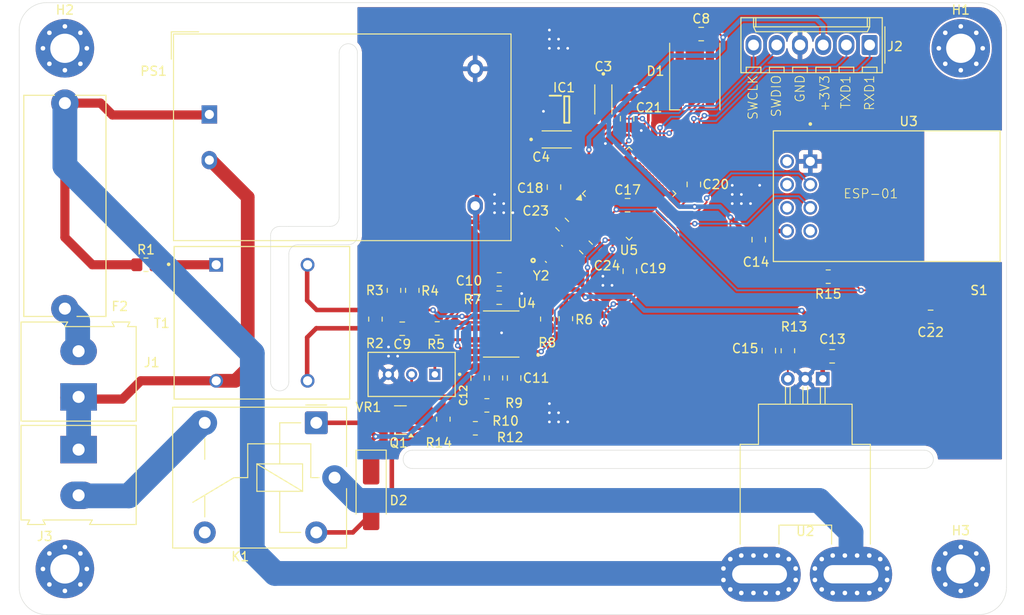
<source format=kicad_pcb>
(kicad_pcb (version 20240108) (generator "pcbnew") (generator_version "8.0")
  (layers (0 "F.Cu" signal) (31 "B.Cu" signal) (34 "B.Paste" user) (35 "F.Paste" user) (36 "B.SilkS" user "B.Silkscreen") (37 "F.SilkS" user "F.Silkscreen") (38 "B.Mask" user) (39 "F.Mask" user) (44 "Edge.Cuts" user))
  (net 0 "")
  (net 1 "GND")
  (net 2 "+3V3")
  (net 3 "SWDIO")
  (net 4 "RXD1")
  (net 5 "+5V")
  (net 7 "PIN_LED_RGB")
  (net 8 "Net-(C9-Pad1)")
  (net 9 "Net-(C9-Pad2)")
  (net 10 "Net-(U4-2OUT)")
  (net 11 "Net-(U4-2IN-)")
  (net 12 "Net-(U4-1IN-)")
  (net 13 "Net-(C12-Pad2)")
  (net 14 "Net-(C12-Pad1)")
  (net 15 "PIN_ZMPT101B")
  (net 16 "F{slash}N-1")
  (net 17 "F{slash}N-2")
  (net 18 "Net-(R1-Pad2)")
  (net 21 "PIN_ACS758")
  (net 22 "TXD1")
  (net 23 "SWCLK")
  (net 24 "Net-(D2-A)")
  (net 26 "Net-(Q1-B)")
  (net 27 "PIN_RELAY")
  (net 29 "F{slash}N-1 Borne")
  (net 34 "Net-(U2-VIOUT)")
  (net 68 "Net-(U4-2IN+)")
  (net 69 "Net-(U4-1IN+)")
  (net 70 "Net-(J1-Pin_2)")
  (net 71 "F{slash}N-1 | ACS58")
  (net 98 "Net-(U5-NRST)")
  (net 99 "Net-(U5-PD0)")
  (net 100 "Net-(U5-PD1)")
  (net 101 "RXD3")
  (net 102 "TXD3")
  (footprint "LM358ADE4:SOIC127P599X175-8N" (layer "F.Cu") (at 174.73 86.28 180)
    (property "Reference" "U4")
    (property "Value" "LM358ADE4")
  )
  (footprint "Capacitor_SMD:C_0805_2012Metric" (layer "F.Cu") (at 202.9 75.95 -90)
    (property "Reference" "C14")
    (property "Value" "100nF")
  )
  (footprint "T491A105M025AG:CAPMP3216X180N" (layer "F.Cu") (at 180.8 64.977)
    (property "Reference" "C4")
    (property "Value" "1uF")
  )
  (footprint "Capacitor_SMD:C_0805_2012Metric" (layer "F.Cu") (at 188.8 79.4 90)
    (property "Reference" "C19")
    (property "Value" "10uF")
  )
  (footprint "ESP-01:MODULE_ESP-01" (layer "F.Cu") (at 216.9 71.19 -90)
    (property "Reference" "U3")
    (property "Value" "ESP-01")
  )
  (footprint "T491A105M025AG:CAPMP3216X180N" (layer "F.Cu") (at 185.9 60.6 -90)
    (property "Reference" "C3")
    (property "Value" "1uF")
  )
  (footprint "Capacitor_SMD:C_0805_2012Metric" (layer "F.Cu") (at 221.7 84.4 180)
    (property "Reference" "C22")
    (property "Value" "100nF")
  )
  (footprint "Resistor_SMD:R_0805_2012Metric_Pad1.20x1.40mm_HandSolder" (layer "F.Cu") (at 135.87 78.7)
    (property "Reference" "R1")
    (property "Value" "820K")
  )
  (footprint "Diode_SMD:D_SMA_Handsoldering" (layer "F.Cu") (at 160.5 103.5 -90)
    (property "Reference" "D2")
    (property "Value" "MRA4007T3G")
  )
  (footprint "Resistor_SMD:R_0805_2012Metric_Pad1.20x1.40mm_HandSolder" (layer "F.Cu") (at 174.15 91.09 -90)
    (property "Reference" "R9")
    (property "Value" "100K")
  )
  (footprint "TerminalBlock:TerminalBlock_Altech_AK300-2_P5.00mm" (layer "F.Cu") (at 128.5 98.935 -90)
    (property "Reference" "J3")
    (property "Value" "Screw_Terminal_01x02")
  )
  (footprint "Resistor_SMD:R_0805_2012Metric_Pad1.20x1.40mm_HandSolder" (layer "F.Cu") (at 210.5 80)
    (property "Reference" "R15")
    (property "Value" "10K")
  )
  (footprint "Converter_ACDC:Converter_ACDC_Hi-Link_HLK-PMxx" (layer "F.Cu") (at 142.8025 62.2425)
    (property "Reference" "PS1")
    (property "Value" "HLK-PM01")
  )
  (footprint "Resistor_SMD:R_0805_2012Metric_Pad1.20x1.40mm_HandSolder" (layer "F.Cu") (at 160.97 84.65 -90)
    (property "Reference" "R2")
    (property "Value" "100")
  )
  (footprint "Sensor_Current:Allegro_CB_PFF" (layer "F.Cu") (at 209.9 91.18 180)
    (property "Reference" "U2")
    (property "Value" "ACS758xCB-050B-PFF")
  )
  (footprint "Capacitor_SMD:C_0805_2012Metric" (layer "F.Cu") (at 195.8 69.9 -90)
    (property "Reference" "C20")
    (property "Value" "100nF")
  )
  (footprint "3296W-OT1-103LF:TRIM_3296W-OT1-103LF" (layer "F.Cu") (at 164.93 90.695 180)
    (property "Reference" "VR1")
    (property "Value" "100K")
  )
  (footprint "RT9080-33GJ5:SOT94P280X100-5N" (layer "F.Cu") (at 181.9 61.7)
    (property "Reference" "IC1")
    (property "Value" "RT9080-33GJ5")
  )
  (footprint "SKRKAEE010:SKRK" (layer "F.Cu") (at 222.8 81.5 180)
    (property "Reference" "S1")
    (property "Value" "SKRKAEE010")
  )
  (footprint "Connector_Molex:Molex_KK-254_AE-6410-06A_1x06_P2.54mm_Vertical" (layer "F.Cu") (at 215.03 54.64 180)
    (property "Reference" "J2")
    (property "Value" "Conn_01x06")
  )
  (footprint "Capacitor_SMD:C_0805_2012Metric" (layer "F.Cu") (at 188.5 62.7 -90)
    (property "Reference" "C21")
    (property "Value" "100nF")
  )
  (footprint "Package_QFP:LQFP-48_7x7mm_P0.5mm" (layer "F.Cu") (at 188.723002 70.903662 45)
    (property "Reference" "U5")
    (property "Value" "STM32F103C8Tx")
  )
  (footprint "Relay_THT:Relay_SPDT_Finder_36.11" (layer "F.Cu") (at 154.5 96 -90)
    (property "Reference" "K1")
    (property "Value" "FINDER-36.11")
  )
  (footprint "Resistor_SMD:R_0805_2012Metric_Pad1.20x1.40mm_HandSolder" (layer "F.Cu") (at 165 81.5 90)
    (property "Reference" "R4")
    (property "Value" "10K")
  )
  (footprint "MountingHole:MountingHole_3.2mm_M3_Pad_Via" (layer "F.Cu") (at 225 112)
    (property "Reference" "H3")
    (property "Value" "MountingHole_Pad")
  )
  (footprint "Capacitor_SMD:C_0805_2012Metric_Pad1.18x1.45mm_HandSolder" (layer "F.Cu") (at 210.93 88.72 180)
    (property "Reference" "C13")
    (property "Value" "100nF")
  )
  (footprint "Resistor_SMD:R_0805_2012Metric_Pad1.20x1.40mm_HandSolder" (layer "F.Cu") (at 206.09 88.11 90)
    (property "Reference" "R13")
    (property "Value" "10K")
  )
  (footprint "Resistor_SMD:R_0805_2012Metric_Pad1.20x1.40mm_HandSolder" (layer "F.Cu") (at 171.9 96.6 180)
    (property "Reference" "R12")
    (property "Value" "1K")
  )
  (footprint "Capacitor_SMD:C_0805_2012Metric" (layer "F.Cu") (at 196.60417 53.44137)
    (property "Reference" "C8")
    (property "Value" "100nF")
  )
  (footprint "Capacitor_SMD:C_0805_2012Metric" (layer "F.Cu") (at 181.4 74.3 -45)
    (property "Reference" "C23")
    (property "Value" "10pF")
  )
  (footprint "Resistor_SMD:R_0805_2012Metric_Pad1.20x1.40mm_HandSolder" (layer "F.Cu") (at 167.73 85.67 180)
    (property "Reference" "R5")
    (property "Value" "10K")
  )
  (footprint "Capacitor_SMD:C_0805_2012Metric_Pad1.18x1.45mm_HandSolder" (layer "F.Cu") (at 176.14 91.0975 90)
    (property "Reference" "C11")
    (property "Value" "1nF")
  )
  (footprint "Capacitor_SMD:C_0805_2012Metric_Pad1.18x1.45mm_HandSolder" (layer "F.Cu") (at 204 88.1 90)
    (property "Reference" "C15")
    (property "Value" "270nF")
  )
  (footprint "Resistor_SMD:R_0805_2012Metric_Pad1.20x1.40mm_HandSolder" (layer "F.Cu") (at 163 81.5 90)
    (property "Reference" "R3")
    (property "Value" "10K")
  )
  (footprint "TerminalBlock:TerminalBlock_Altech_AK300-2_P5.00mm" (layer "F.Cu") (at 128.5 93.165 90)
    (property "Reference" "J1")
    (property "Value" "Screw_Terminal_01x02")
  )
  (footprint "Resistor_SMD:R_0805_2012Metric_Pad1.20x1.40mm_HandSolder" (layer "F.Cu") (at 174.51 80.3 180)
    (property "Reference" "R7")
    (property "Value" "100K")
  )
  (footprint "Capacitor_SMD:C_0805_2012Metric_Pad1.18x1.45mm_HandSolder" (layer "F.Cu") (at 172.15 91.0975 90)
    (property "Reference" "C12")
    (property "Value" "1uF")
  )
  (footprint "ZMPT101B:XFMR_ZMPT101B" (layer "F.Cu") (at 148.55 85.05)
    (property "Reference" "T1")
    (property "Value" "ZMPT101B")
  )
  (footprint "Capacitor_SMD:C_0805_2012Metric_Pad1.18x1.45mm_HandSolder" (layer "F.Cu") (at 163.9 85.7)
    (property "Reference" "C9")
    (property "Value" "1uF")
  )
  (footprint "TSX-3225_25.0000MF10Z-W:XTAL_TSX-3225_25.0000MF10Z-W" (layer "F.Cu") (at 180.5 77.5 45)
    (property "Reference" "Y2")
    (property "Value" "16Mhz")
  )
  (footprint "4628:FUSE_4628" (layer "F.Cu") (at 127 72.25 90)
    (property "Reference" "F2")
    (property "Value" "4628")
  )
  (footprint "Resistor_SMD:R_0805_2012Metric_Pad1.20x1.40mm_HandSolder" (layer "F.Cu") (at 179.77 84.64 -90)
    (property "Reference" "R8")
    (property "Value" "10K")
  )
  (footprint "Capacitor_SMD:C_0805_2012Metric_Pad1.18x1.45mm_HandSolder" (layer "F.Cu") (at 174.51 82.3)
    (property "Reference" "C10")
    (property "Value" "1nF")
  )
  (footprint "MountingHole:MountingHole_3.2mm_M3_Pad_Via" (layer "F.Cu") (at 127 112)
    (property "Reference" "H4" (hide yes))
    (property "Value" "MountingHole_Pad")
  )
  (footprint "Resistor_SMD:R_0805_2012Metric_Pad1.20x1.40mm_HandSolder" (layer "F.Cu") (at 181.8 84.6 -90)
    (property "Reference" "R6")
    (property "Value" "10K")
  )
  (footprint "Capacitor_SMD:C_0805_2012Metric" (layer "F.Cu") (at 188.55 72.175)
    (property "Reference" "C17")
    (property "Value" "100nF")
  )
  (footprint "MountingHole:MountingHole_3.2mm_M3_Pad_Via" (layer "F.Cu") (at 127 55)
    (property "Reference" "H2")
    (property "Value" "MountingHole_Pad")
  )
  (footprint "MountingHole:MountingHole_3.2mm_M3_Pad_Via" (layer "F.Cu") (at 225 55)
    (property "Reference" "H1")
    (property "Value" "MountingHole_Pad")
  )
  (footprint "Resistor_SMD:R_0805_2012Metric_Pad1.20x1.40mm_HandSolder" (layer "F.Cu") (at 173.16 94.09 180)
    (property "Reference" "R10")
    (property "Value" "10K")
  )
  (footprint "Package_TO_SOT_SMD:SOT-23" (layer "F.Cu") (at 163.7 95.7 180)
    (property "Reference" "Q1")
    (property "Value" "BC817")
  )
  (footprint "Capacitor_SMD:C_0805_2012Metric" (layer "F.Cu") (at 180.5 70.2 -90)
    (property "Reference" "C18")
    (property "Value" "100nF")
  )
  (footprint "LED_SMD:LED_WS2812B_PLCC4_5.0x5.0mm_P3.2mm" (layer "F.Cu") (at 195.90317 58.08957 -90)
    (property "Reference" "D1")
    (property "Value" "WS2812B")
  )
  (footprint "Capacitor_SMD:C_0805_2012Metric" (layer "F.Cu") (at 184 76.8 135)
    (property "Reference" "C24")
    (property "Value" "10pF")
  )
  (footprint "Resistor_SMD:R_0805_2012Metric_Pad1.20x1.40mm_HandSolder" (layer "F.Cu") (at 168.4 95.6 -90)
    (property "Reference" "R14")
    (property "Value" "10K")
  )
  (gr_arc (start 149.5 75.5) (mid 149.792893 74.792893) (end 150.5 74.5) (stroke (width 0.05)) (layer "Edge.Cuts"))
  (gr_line (start 156 74.5) (end 151.5 74.5) (stroke (width 0.05)) (layer "Edge.Cuts"))
  (gr_line (start 157 55.5) (end 157 73.5) (stroke (width 0.05)) (layer "Edge.Cuts"))
  (gr_arc (start 157 73.5) (mid 156.707107 74.207107) (end 156 74.5) (stroke (width 0.05)) (layer "Edge.Cuts"))
  (gr_line (start 149.5 75.5) (end 149.5 91.5) (stroke (width 0.05)) (layer "Edge.Cuts"))
  (gr_line (start 165 99) (end 221 99) (stroke (width 0.05)) (layer "Edge.Cuts"))
  (gr_line (start 151.5 91.5) (end 151.5 77.5) (stroke (width 0.05)) (layer "Edge.Cuts"))
  (gr_line (start 152.5 76.5) (end 158 76.5) (stroke (width 0.05)) (layer "Edge.Cuts"))
  (gr_line (start 125 50) (end 227 50) (stroke (width 0.05)) (layer "Edge.Cuts"))
  (gr_line (start 221 101) (end 165 101) (stroke (width 0.05)) (layer "Edge.Cuts"))
  (gr_arc (start 151.5 77.5) (mid 151.792893 76.792893) (end 152.5 76.5) (stroke (width 0.05)) (layer "Edge.Cuts"))
  (gr_arc (start 159 75.5) (mid 158.707107 76.207107) (end 158 76.5) (stroke (width 0.05)) (layer "Edge.Cuts"))
  (gr_line (start 151.5 74.5) (end 150.5 74.5) (stroke (width 0.05)) (layer "Edge.Cuts"))
  (gr_arc (start 165 101) (mid 164 100) (end 165 99) (stroke (width 0.05)) (layer "Edge.Cuts"))
  (gr_arc (start 125 117) (mid 122.87868 116.12132) (end 122 114) (stroke (width 0.05)) (layer "Edge.Cuts"))
  (gr_arc (start 157 55.5) (mid 158 54.5) (end 159 55.5) (stroke (width 0.05)) (layer "Edge.Cuts"))
  (gr_line (start 122 114) (end 122 53) (stroke (width 0.05)) (layer "Edge.Cuts"))
  (gr_arc (start 122 53) (mid 122.87868 50.87868) (end 125 50) (stroke (width 0.05)) (layer "Edge.Cuts"))
  (gr_line (start 227 117) (end 125 117) (stroke (width 0.05)) (layer "Edge.Cuts"))
  (gr_arc (start 230 114) (mid 229.12132 116.12132) (end 227 117) (stroke (width 0.05)) (layer "Edge.Cuts"))
  (gr_arc (start 151.5 91.5) (mid 150.5 92.5) (end 149.5 91.5) (stroke (width 0.05)) (layer "Edge.Cuts"))
  (gr_arc (start 227 50) (mid 229.12132 50.87868) (end 230 53) (stroke (width 0.05)) (layer "Edge.Cuts"))
  (gr_arc (start 221 99) (mid 222 100) (end 221 101) (stroke (width 0.05)) (layer "Edge.Cuts"))
  (gr_line (start 230 53) (end 230 114) (stroke (width 0.05)) (layer "Edge.Cuts"))
  (gr_line (start 159 75.5) (end 159 55.5) (stroke (width 0.05)) (layer "Edge.Cuts"))
  (gr_text "TXD1\n" (at 213 61.7 90) (layer "F.SilkS") (effects (font (size 1 1) (thickness 0.1)) (justify left bottom)))
  (gr_text "SWDIO\n" (at 205.4 62.6 90) (layer "F.SilkS") (effects (font (size 1 1) (thickness 0.1)) (justify left bottom)))
  (gr_text "SWCLK\n" (at 202.85 62.9 90) (layer "F.SilkS") (effects (font (size 1 1) (thickness 0.1)) (justify left bottom)))
  (gr_text "GND\n" (at 208 61 90) (layer "F.SilkS") (effects (font (size 1 1) (thickness 0.1)) (justify left bottom)))
  (gr_text "ESP-01\n" (at 212.1 71.5 0) (layer "F.SilkS") (effects (font (size 1 1) (thickness 0.1)) (justify left bottom)))
  (gr_text "+3V3\n" (at 210.7 62 90) (layer "F.SilkS") (effects (font (size 1 1) (thickness 0.1)) (justify left bottom)))
  (gr_text "RXD1\n" (at 215.6 61.9 90) (layer "F.SilkS") (effects (font (size 1 1) (thickness 0.1)) (justify left bottom)))
  (via (at 190.05 64) (size 0.6) (drill 0.3) (layers "F.Cu" "B.Cu") (net 1))
  (via (at 175 73) (size 0.6) (drill 0.3) (layers "F.Cu" "B.Cu") (net 1))
  (via (at 163.4 88.7) (size 0.6) (drill 0.3) (layers "F.Cu" "B.Cu") (net 1))
  (via (at 201 71) (size 0.6) (drill 0.3) (layers "F.Cu" "B.Cu") (net 1))
  (via (at 203 70) (size 0.6) (drill 0.3) (layers "F.Cu" "B.Cu") (net 1))
  (via (at 202 72) (size 0.6) (drill 0.3) (layers "F.Cu" "B.Cu") (net 1))
  (via (at 176 73) (size 0.6) (drill 0.3) (layers "F.Cu" "B.Cu") (net 1))
  (via (at 200 72) (size 0.6) (drill 0.3) (layers "F.Cu" "B.Cu") (net 1))
  (via (at 200 71) (size 0.6) (drill 0.3) (layers "F.Cu" "B.Cu") (net 1))
  (via (at 201 72) (size 0.6) (drill 0.3) (layers "F.Cu" "B.Cu") (net 1))
  (via (at 180 54) (size 0.6) (drill 0.3) (layers "F.Cu" "B.Cu") (net 1))
  (via (at 174.77 86.15) (size 0.6) (drill 0.3) (layers "F.Cu" "B.Cu") (net 1))
  (via (at 181 95.9) (size 0.6) (drill 0.3) (layers "F.Cu" "B.Cu") (net 1))
  (via (at 181 94.9) (size 0.6) (drill 0.3) (layers "F.Cu" "B.Cu") (net 1))
  (via (at 162.4 88.7) (size 0.6) (drill 0.3) (layers "F.Cu" "B.Cu") (net 1))
  (via (at 174 72) (size 0.6) (drill 0.3) (layers "F.Cu" "B.Cu") (net 1))
  (via (at 180 93.9) (size 0.6) (drill 0.3) (layers "F.Cu" "B.Cu") (net 1))
  (via (at 162.4 87.7) (size 0.6) (drill 0.3) (layers "F.Cu" "B.Cu") (net 1))
  (via (at 175 72) (size 0.6) (drill 0.3) (layers "F.Cu" "B.Cu") (net 1))
  (via (at 181 55) (size 0.6) (drill 0.3) (layers "F.Cu" "B.Cu") (net 1))
  (via (at 174 71) (size 0.6) (drill 0.3) (layers "F.Cu" "B.Cu") (net 1))
  (via (at 176.97 81.85) (size 0.6) (drill 0.3) (layers "F.Cu" "B.Cu") (net 1))
  (via (at 186.85 80.95) (size 0.6) (drill 0.3) (layers "F.Cu" "B.Cu") (net 1))
  (via (at 185.85 79.95) (size 0.6) (drill 0.3) (layers "F.Cu" "B.Cu") (net 1))
  (via (at 180 53) (size 0.6) (drill 0.3) (layers "F.Cu" "B.Cu") (net 1))
  (via (at 174 73) (size 0.6) (drill 0.3) (layers "F.Cu" "B.Cu") (net 1))
  (via (at 180 95.9) (size 0.6) (drill 0.3) (layers "F.Cu" "B.Cu") (net 1))
  (via (at 181 54) (size 0.6) (drill 0.3) (layers "F.Cu" "B.Cu") (net 1))
  (via (at 182 95.9) (size 0.6) (drill 0.3) (layers "F.Cu" "B.Cu") (net 1))
  (via (at 185.85 80.95) (size 0.6) (drill 0.3) (layers "F.Cu" "B.Cu") (net 1))
  (via (at 180 94.9) (size 0.6) (drill 0.3) (layers "F.Cu" "B.Cu") (net 1))
  (via (at 186.125 65.425) (size 0.6) (drill 0.3) (layers "F.Cu" "B.Cu") (net 1))
  (via (at 182 55) (size 0.6) (drill 0.3) (layers "F.Cu" "B.Cu") (net 1))
  (via (at 179.35 61.9) (size 0.6) (drill 0.3) (layers "F.Cu" "B.Cu") (net 1))
  (via (at 200 70) (size 0.6) (drill 0.3) (layers "F.Cu" "B.Cu") (net 1))
  (via (at 180 55) (size 0.6) (drill 0.3) (layers "F.Cu" "B.Cu") (net 1))
  (segment (start 188.05 74) (end 187.39443 74) (width 0.2) (layer "F.Cu") (net 2))
  (segment (start 184.3244 66.6006) (end 184.3244 66.0942) (width 0.3) (layer "F.Cu") (net 2))
  (segment (start 184.39 60.76) (end 184.39 61.4) (width 0.5) (layer "F.Cu") (net 2))
  (segment (start 206 75) (end 202.9 75) (width 0.5) (layer "F.Cu") (net 2))
  (segment (start 189.734214 66.015786) (end 189.72179 66.015786) (width 0.2) (layer "F.Cu") (net 2))
  (segment (start 198.64137 53.44137) (end 199 53.8) (width 0.2) (layer "F.Cu") (net 2))
  (segment (start 186.5 59.5) (end 189.6 59.5) (width 0.5) (layer "F.Cu") (net 2))
  (segment (start 195.8374 72.3) (end 195.88 72.3426) (width 0.2) (layer "F.Cu") (net 2))
  (segment (start 197.55417 53.44137) (end 198.64137 53.44137) (width 0.2) (layer "F.Cu") (net 2))
  (segment (start 189.6 59.5) (end 190.4556 59.5) (width 0.3) (layer "F.Cu") (net 2))
  (segment (start 183.425 67.5) (end 184.3244 66.6006) (width 0.3) (layer "F.Cu") (net 2))
  (segment (start 195.8 70.85) (end 194.35 72.3) (width 0.2) (layer "F.Cu") (net 2))
  (segment (start 182.1 70.8) (end 183.20245 71.90245) (width 0.2) (layer "F.Cu") (net 2))
  (segment (start 190.821751 59.866151) (end 190.821751 62.921751) (width 0.3) (layer "F.Cu") (net 2))
  (segment (start 188.823829 74.773829) (end 188.05 74) (width 0.2) (layer "F.Cu") (net 2))
  (segment (start 182.1 68.825) (end 182.1 70.8) (width 0.3) (layer "F.Cu") (net 2))
  (segment (start 184.39 61.4) (end 183.15 62.64) (width 0.5) (layer "F.Cu") (net 2))
  (segment (start 183.20245 71.90245) (end 183.835126 71.90245) (width 0.2) (layer "F.Cu") (net 2))
  (segment (start 190.821751 64.928249) (end 189.734214 66.015786) (width 0.2) (layer "F.Cu") (net 2))
  (segment (start 199.8 78.1) (end 199.8 73.5) (width 0.2) (layer "F.Cu") (net 2))
  (segment (start 193.610878 71.90245) (end 194.008428 72.3) (width 0.2) (layer "F.Cu") (net 2))
  (segment (start 183.15 60.76) (end 184.39 60.76) (width 0.5) (layer "F.Cu") (net 2))
  (segment (start 190.821751 62.921751) (end 190.821751 64.928249) (width 0.2) (layer "F.Cu") (net 2))
  (segment (start 194.008428 72.3) (end 194.3 72.3) (width 0.2) (layer "F.Cu") (net 2))
  (segment (start 209.5 80) (end 201.7 80) (width 0.2) (layer "F.Cu") (net 2))
  (segment (start 190.4556 59.5) (end 190.821751 59.866151) (width 0.3) (layer "F.Cu") (net 2))
  (segment (start 201.7 80) (end 199.8 78.1) (width 0.2) (layer "F.Cu") (net 2))
  (segment (start 194.35 72.3) (end 194.3 72.3) (width 0.2) (layer "F.Cu") (net 2))
  (segment (start 194.3 72.3) (end 195.8374 72.3) (width 0.2) (layer "F.Cu") (net 2))
  (segment (start 188.95 78.55) (end 188.823829 78.423829) (width 0.2) (layer "F.Cu") (net 2))
  (segment (start 180.5 71.15) (end 181.25 71.9) (width 0.2) (layer "F.Cu") (net 2))
  (segment (start 197.55417 55.63857) (end 197.55317 55.63957) (width 0.2) (layer "F.Cu") (net 2))
  (segment (start 182.85 68.175) (end 182.85 68.919748) (width 0.2) (layer "F.Cu") (net 2))
  (segment (start 189.72179 64.87179) (end 189.72179 66.015786) (width 0.2) (layer "F.Cu") (net 2))
  (segment (start 182.85 68.919748) (end 183.835126 69.904874) (width 0.2) (layer "F.Cu") (net 2))
  (segment (start 197.55417 53.44137) (end 197.55417 55.63857) (width 0.2) (layer "F.Cu") (net 2))
  (segment (start 187.39443 74) (end 186.663553 74.730877) (width 0.2) (layer "F.Cu") (net 2))
  (segment (start 184.39 60.76) (end 185.9 59.25) (width 0.5) (layer "F.Cu") (net 2))
  (segment (start 188.5 63.65) (end 189.72179 64.87179) (width 0.2) (layer "F.Cu") (net 2))
  (segment (start 188.823829 78.423829) (end 188.823829 74.773829) (width 0.2) (layer "F.Cu") (net 2))
  (segment (start 181.25 71.9) (end 183.2 71.9) (width 0.2) (layer "F.Cu") (net 2))
  (segment (start 201.3 75) (end 199.8 73.5) (width 0.5) (layer "F.Cu") (net 2))
  (segment (start 202.9 75) (end 201.3 75) (width 0.5) (layer "F.Cu") (net 2))
  (segment (start 183.2 71.9) (end 183.20245 71.90245) (width 0.2) (layer "F.Cu") (net 2))
  (segment (start 183.5375 67.3875) (end 182.1 68.825) (width 0.3) (layer "F.Cu") (net 2))
  (via (at 199 53.8) (size 0.6) (drill 0.3) (layers "F.Cu" "B.Cu") (net 2))
  (via (at 189.6 59.5) (size 0.6) (drill 0.3) (layers "F.Cu" "B.Cu") (net 2))
  (via (at 184.3244 66.0942) (size 0.6) (drill 0.3) (layers "F.Cu" "B.Cu") (net 2))
  (via (at 195.88 72.3426) (size 0.6) (drill 0.3) (layers "F.Cu" "B.Cu") (net 2))
  (via (at 199.8 73.5) (size 0.6) (drill 0.3) (layers "F.Cu" "B.Cu") (net 2))
  (segment (start 186.503802 64.603802) (end 186.503802 62.596198) (width 0.5) (layer "B.Cu") (net 2))
  (segment (start 209.95 52.55) (end 209.2 51.8) (width 0.5) (layer "B.Cu") (net 2))
  (segment (start 209.2 51.8) (end 201 51.8) (width 0.5) (layer "B.Cu") (net 2))
  (segment (start 199 55) (end 199 53.8) (width 0.5) (layer "B.Cu") (net 2))
  (segment (start 195.88 72.3426) (end 198.6426 72.3426) (width 0.5) (layer "B.Cu") (net 2))
  (segment (start 198.2 55.8) (end 199 55) (width 0.5) (layer "B.Cu") (net 2))
  (segment (start 189.6 59.5) (end 193.3 55.8) (width 0.5) (layer "B.Cu") (net 2))
  (segment (start 189.6 59.5) (end 186.503802 62.596198) (width 0.5) (layer "B.Cu") (net 2))
  (segment (start 186.503802 62.596198) (end 184.3244 64.7756) (width 0.5) (layer "B.Cu") (net 2))
  (segment (start 194.2426 72.3426) (end 186.503802 64.603802) (width 0.5) (layer "B.Cu") (net 2))
  (segment (start 198.6426 72.3426) (end 199.8 73.5) (width 0.5) (layer "B.Cu") (net 2))
  (segment (start 184.3244 64.7756) (end 184.3244 66.0942) (width 0.5) (layer "B.Cu") (net 2))
  (segment (start 201 51.8) (end 199 53.8) (width 0.5) (layer "B.Cu") (net 2))
  (segment (start 195.88 72.3426) (end 194.2426 72.3426) (width 0.5) (layer "B.Cu") (net 2))
  (segment (start 193.3 55.8) (end 198.2 55.8) (width 0.5) (layer "B.Cu") (net 2))
  (segment (start 209.95 54.64) (end 209.95 52.55) (width 0.5) (layer "B.Cu") (net 2))
  (segment (start 192.1 63.7) (end 192.1 65.05179) (width 0.2) (layer "F.Cu") (net 3))
  (segment (start 192.1 65.05179) (end 190.428897 66.722893) (width 0.2) (layer "F.Cu") (net 3))
  (via (at 192.1 63.7) (size 0.6) (drill 0.3) (layers "F.Cu" "B.Cu") (net 3))
  (segment (start 193.3 62.5) (end 194.3194 62.5) (width 0.2) (layer "B.Cu") (net 3))
  (segment (start 198.354314 61.7) (end 203.914314 56.14) (width 0.2) (layer "B.Cu") (net 3))
  (segment (start 195.1194 61.7) (end 198.354314 61.7) (width 0.2) (layer "B.Cu") (net 3))
  (segment (start 192.1 63.7) (end 193.3 62.5) (width 0.2) (layer "B.Cu") (net 3))
  (segment (start 194.3194 62.5) (end 194.553714 62.265685) (width 0.2) (layer "B.Cu") (net 3))
  (segment (start 203.93 56.14) (end 204.87 55.2) (width 0.2) (layer "B.Cu") (net 3))
  (segment (start 204.87 55.2) (end 204.87 54.64) (width 0.2) (layer "B.Cu") (net 3))
  (segment (start 203.914314 56.14) (end 203.93 56.14) (width 0.2) (layer "B.Cu") (net 3))
  (segment (start 194.553714 62.265685) (end 195.1194 61.7) (width 0.2) (layer "B.Cu") (net 3))
  (segment (start 192.5 66.5) (end 192.5 66.77311) (width 0.2) (layer "F.Cu") (net 4))
  (segment (start 195.8 63.2) (end 192.5 66.5) (width 0.2) (layer "F.Cu") (net 4))
  (segment (start 195.8 62.7) (end 195.8 63.2) (width 0.2) (layer "F.Cu") (net 4))
  (segment (start 192.5 66.77311) (end 191.489557 67.783553) (width 0.2) (layer "F.Cu") (net 4))
  (via (at 195.8 62.7) (size 0.6) (drill 0.3) (layers "F.Cu" "B.Cu") (net 4))
  (segment (start 213.66 57.4) (end 215.03 56.03) (width 0.2) (layer "B.Cu") (net 4))
  (segment (start 198.219635 62.966051) (end 203.785686 57.4) (width 0.2) (layer "B.Cu") (net 4))
  (segment (start 196.566051 62.966051) (end 198.219635 62.966051) (width 0.2) (layer "B.Cu") (net 4))
  (segment (start 196.3 62.7) (end 196.566051 62.966051) (width 0.2) (layer "B.Cu") (net 4))
  (segment (start 195.8 62.7) (end 196.3 62.7) (width 0.2) (layer "B.Cu") (net 4))
  (segment (start 203.785686 57.4) (end 213.66 57.4) (width 0.2) (layer "B.Cu") (net 4))
  (segment (start 215.03 56.03) (end 215.03 54.64) (width 0.2) (layer "B.Cu") (net 4))
  (segment (start 163 80.4) (end 163 79) (width 0.5) (layer "F.Cu") (net 5))
  (segment (start 179.04 60.76) (end 180.65 60.76) (width 0.3) (layer "F.Cu") (net 5))
  (segment (start 209.8925 91.1675) (end 209.9 91.175) (width 0.5) (layer "F.Cu") (net 5))
  (segment (start 159.5 96) (end 154.5 96) (width 0.5) (layer "F.Cu") (net 5))
  (segment (start 168 74) (end 172.08 74) (width 0.5) (layer "F.Cu") (net 5))
  (segment (start 183.94038 82.25962) (end 183.08076 81.4) (width 0.5) (layer "F.Cu") (net 5))
  (segment (start 170.615 88.195) (end 169.97 87.55) (width 0.3) (layer "F.Cu") (net 5))
  (segment (start 209.8925 85.9925) (end 207.6 83.7) (width 0.5) (layer "F.Cu") (net 5))
  (segment (start 172.08 70.62) (end 177.723 64.977) (width 0.5) (layer "F.Cu") (net 5))
  (segment (start 209.8925 88.71) (end 209.8925 91.1675) (width 0.5) (layer "F.Cu") (net 5))
  (segment (start 179.1 81.4) (end 172.08 74.38) (width 0.5) (layer "F.Cu") (net 5))
  (segment (start 179.45 63.84) (end 178.7 63.09) (width 0.3) (layer "F.Cu") (net 5))
  (segment (start 183.08076 81.4) (end 179.1 81.4) (width 0.5) (layer "F.Cu") (net 5))
  (segment (start 179.77 82.07) (end 179.77 83.65) (width 0.5) (layer "F.Cu") (net 5))
  (segment (start 163 79) (end 168 74) (width 0.5) (layer "F.Cu") (net 5))
  (segment (start 177.723 64.977) (end 179.0962 64.977) (width 0.5) (layer "F.Cu") (net 5))
  (segment (start 179.45 64.977) (end 179.45 63.84) (width 0.3) (layer "F.Cu") (net 5))
  (segment (start 179.45 63.84) (end 180.65 62.64) (width 0.3) (layer "F.Cu") (net 5))
  (segment (start 161 97.5) (end 160.5 98) (width 0.5) (layer "F.Cu") (net 5))
  (segment (start 160.5 98) (end 160.5 101) (width 0.5) (layer "F.Cu") (net 5))
  (segment (start 172.08 74.38) (end 172.08 74) (width 0.5) (layer "F.Cu") (net 5))
  (segment (start 161 97.5) (end 159.5 96) (width 0.5) (layer "F.Cu") (net 5))
  (segment (start 179.1 81.4) (end 179.77 82.07) (width 0.5) (layer "F.Cu") (net 5))
  (segment (start 172.08 74) (end 172.08 70.62) (width 0.5) (layer "F.Cu") (net 5))
  (segment (start 178.7 63.09) (end 178.7 61.1) (width 0.3) (layer "F.Cu") (net 5))
  (segment (start 209.8925 88.71) (end 209.8925 85.9925) (width 0.5) (layer "F.Cu") (net 5))
  (segment (start 172.24 88.195) (end 170.615 88.195) (width 0.3) (layer "F.Cu") (net 5))
  (segment (start 178.7 61.1) (end 179.04 60.76) (width 0.3) (layer "F.Cu") (net 5))
  (via (at 161 97.5) (size 0.6) (drill 0.3) (layers "F.Cu" "B.Cu") (net 5))
  (via (at 183.94038 82.25962) (size 0.6) (drill 0.3) (layers "F.Cu" "B.Cu") (net 5))
  (via (at 207.6 83.7) (size 0.6) (drill 0.3) (layers "F.Cu" "B.Cu") (net 5))
  (via (at 169.97 87.55) (size 0.6) (drill 0.3) (layers "F.Cu" "B.Cu") (net 5))
  (segment (start 171.9 90.1) (end 171.9 72.26) (width 0.5) (layer "B.Cu") (net 5))
  (segment (start 164.5 97.5) (end 161 97.5) (width 0.5) (layer "B.Cu") (net 5))
  (segment (start 171.9 72.26) (end 171.8825 72.2425) (width 0.5) (layer "B.Cu") (net 5))
  (segment (start 188.9 82.2) (end 190.4 83.7) (width 0.5) (layer "B.Cu") (net 5))
  (segment (start 171.8 84) (end 169.97 85.83) (width 0.3) (layer "B.Cu") (net 5))
  (segment (start 190.4 83.7) (end 207.6 83.7) (width 0.5) (layer "B.Cu") (net 5))
  (segment (start 169.97 85.83) (end 169.97 87.55) (width 0.3) (layer "B.Cu") (net 5))
  (segment (start 183.94038 82.25962) (end 184 82.2) (width 0.5) (layer "B.Cu") (net 5))
  (segment (start 184 82.2) (end 188.9 82.2) (width 0.5) (layer "B.Cu") (net 5))
  (segment (start 164.5 97.5) (end 171.9 90.1) (width 0.5) (layer "B.Cu") (net 5))
  (segment (start 185.5 65.912894) (end 186.663553 67.076447) (width 0.2) (layer "F.Cu") (net 7))
  (segment (start 190.171751 62.7) (end 187.8 62.7) (width 0.2) (layer "F.Cu") (net 7))
  (segment (start 196.9 60.5) (end 193.1 64.3) (width 0.2) (layer "F.Cu") (net 7))
  (segment (start 197.55317 60.53957) (end 197.5136 60.5) (width 0.2) (layer "F.Cu") (net 7))
  (segment (start 197.5136 60.5) (end 196.9 60.5) (width 0.2) (layer "F.Cu") (net 7))
  (segment (start 185.5 65) (end 185.5 65.912894) (width 0.2) (layer "F.Cu") (net 7))
  (segment (start 187.8 62.7) (end 185.5 65) (width 0.2) (layer "F.Cu") (net 7))
  (via (at 190.171751 62.7) (size 0.6) (drill 0.3) (layers "F.Cu" "B.Cu") (net 7))
  (via (at 193.1 64.3) (size 0.6) (drill 0.3) (layers "F.Cu" "B.Cu") (net 7))
  (segment (start 191.771751 64.3) (end 193.1 64.3) (width 0.2) (layer "B.Cu") (net 7))
  (segment (start 190.171751 62.7) (end 191.771751 64.3) (width 0.2) (layer "B.Cu") (net 7))
  (segment (start 154.5 85.65) (end 160.98 85.65) (width 0.5) (layer "F.Cu") (net 8))
  (segment (start 153.5 86.65) (end 154.5 85.65) (width 0.5) (layer "F.Cu") (net 8))
  (segment (start 162.8325 85.65) (end 160.98 85.65) (width 0.5) (layer "F.Cu") (net 8))
  (segment (start 153.5 91.25) (end 153.5 86.65) (width 0.5) (layer "F.Cu") (net 8))
  (segment (start 166.67 85.65) (end 164.9075 85.65) (width 0.5) (layer "F.Cu") (net 9))
  (segment (start 169.05 86.9) (end 172.215 86.9) (width 0.3) (layer "F.Cu") (net 10))
  (segment (start 175.545 80.3375) (end 175.5075 80.3) (width 0.3) (layer "F.Cu") (net 10))
  (segment (start 175.545 84.275) (end 175.545 82.3) (width 0.3) (layer "F.Cu") (net 10))
  (segment (start 172.215 86.9) (end 172.24 86.925) (width 0.3) (layer "F.Cu") (net 10))
  (segment (start 173.495 86.925) (end 173.77 86.65) (width 0.3) (layer "F.Cu") (net 10))
  (segment (start 173.77 86.65) (end 173.77 84.75) (width 0.3) (layer "F.Cu") (net 10))
  (segment (start 175.27 84.55) (end 175.545 84.275) (width 0.3) (layer "F.Cu") (net 10))
  (segment (start 175.5075 82.2625) (end 175.545 82.3) (width 0.3) (layer "F.Cu") (net 10))
  (segment (start 175.5075 80.3) (end 175.5075 82.2625) (width 0.3) (layer "F.Cu") (net 10))
  (segment (start 167.47 90.695) (end 167.47 88.48) (width 0.3) (layer "F.Cu") (net 10))
  (segment (start 173.77 84.75) (end 173.97 84.55) (width 0.3) (layer "F.Cu") (net 10))
  (segment (start 167.47 88.48) (end 169.05 86.9) (width 0.3) (layer "F.Cu") (net 10))
  (segment (start 172.24 86.925) (end 173.495 86.925) (width 0.3) (layer "F.Cu") (net 10))
  (segment (start 172.215 86.95) (end 172.24 86.925) (width 0.3) (layer "F.Cu") (net 10))
  (segment (start 173.97 84.55) (end 175.27 84.55) (width 0.3) (layer "F.Cu") (net 10))
  (segment (start 173.47 82.3) (end 173.47 80.3375) (width 0.3) (layer "F.Cu") (net 11))
  (segment (start 172.255 85.65) (end 168.67 85.65) (width 0.3) (layer "F.Cu") (net 11))
  (segment (start 171.109239 82.3) (end 173.47 82.3) (width 0.3) (layer "F.Cu") (net 11))
  (segment (start 173.47 82.3) (end 173.42 82.25) (width 0.3) (layer "F.Cu") (net 11))
  (segment (start 173.47 80.3375) (end 173.5075 80.3) (width 0.3) (layer "F.Cu") (net 11))
  (segment (start 168.67 84.739239) (end 171.109239 82.3) (width 0.3) (layer "F.Cu") (net 11))
  (segment (start 172.26 85.645) (end 172.255 85.65) (width 0.3) (layer "F.Cu") (net 11))
  (segment (start 168.67 85.65) (end 168.67 84.739239) (width 0.3) (layer "F.Cu") (net 11))
  (segment (start 176.15 92.1375) (end 178.3625 92.1375) (width 0.3) (layer "F.Cu") (net 12))
  (segment (start 179.9 90.6) (end 179.9 87.6) (width 0.3) (layer "F.Cu") (net 12))
  (segment (start 179.9 87.6) (end 179.225 86.925) (width 0.3) (layer "F.Cu") (net 12))
  (segment (start 174.15 92.1) (end 174.15 93.6) (width 0.3) (layer "F.Cu") (net 12))
  (segment (start 179.225 86.925) (end 177.18 86.925) (width 0.3) (layer "F.Cu") (net 12))
  (segment (start 174.1875 92.1375) (end 174.15 92.1) (width 0.3) (layer "F.Cu") (net 12))
  (segment (start 178.3625 92.1375) (end 179.9 90.6) (width 0.3) (layer "F.Cu") (net 12))
  (segment (start 176.15 92.1375) (end 174.1875 92.1375) (width 0.3) (layer "F.Cu") (net 12))
  (segment (start 169.05 92.1) (end 169.05 90.25) (width 0.3) (layer "F.Cu") (net 13))
  (segment (start 164.93 91.98) (end 165.5 92.55) (width 0.3) (layer "F.Cu") (net 13))
  (segment (start 169.05 90.25) (end 169.2375 90.0625) (width 0.3) (layer "F.Cu") (net 13))
  (segment (start 168.6 92.55) (end 169.05 92.1) (width 0.3) (layer "F.Cu") (net 13))
  (segment (start 169.2375 90.0625) (end 172.15 90.0625) (width 0.3) (layer "F.Cu") (net 13))
  (segment (start 164.93 90.695) (end 164.93 91.98) (width 0.3) (layer "F.Cu") (net 13))
  (segment (start 165.5 92.55) (end 168.6 92.55) (width 0.3) (layer "F.Cu") (net 13))
  (segment (start 172.15 93.6) (end 172.15 92.1375) (width 0.3) (layer "F.Cu") (net 14))
  (segment (start 174.15 90.1) (end 176.1125 90.1) (width 0.3) (layer "F.Cu") (net 15))
  (segment (start 176.1125 90.1) (end 176.15 90.0625) (width 0.3) (layer "F.Cu") (net 15))
  (segment (start 186.9 77) (end 186.9 76.6) (width 0.2) (layer "F.Cu") (net 15))
  (segment (start 179.095 88.195) (end 179.1 88.2) (width 0.3) (layer "F.Cu") (net 15))
  (segment (start 176.15 89.225) (end 177.18 88.195) (width 0.3) (layer "F.Cu") (net 15))
  (segment (start 176.15 90.0625) (end 176.15 89.225) (width 0.3) (layer "F.Cu") (net 15))
  (segment (start 187.708462 75.791538) (end 187.724214 75.791538) (width 0.2) (layer "F.Cu") (net 15))
  (segment (start 186.9 76.6) (end 187.708462 75.791538) (width 0.2) (layer "F.Cu") (net 15))
  (segment (start 177.18 88.195) (end 179.095 88.195) (width 0.3) (layer "F.Cu") (net 15))
  (via (at 186.9 77) (size 0.6) (drill 0.3) (layers "F.Cu" "B.Cu") (net 15))
  (via (at 179.1 88.2) (size 0.6) (drill 0.3) (layers "F.Cu" "B.Cu") (net 15))
  (segment (start 186.9 77) (end 186.9 77.4) (width 0.2) (layer "B.Cu") (net 15))
  (segment (start 186.9 77.4) (end 180.6 83.7) (width 0.2) (layer "B.Cu") (net 15))
  (segment (start 180.6 83.7) (end 180.6 86.7) (width 0.2) (layer "B.Cu") (net 15))
  (segment (start 180.6 86.7) (end 179.1 88.2) (width 0.2) (layer "B.Cu") (net 15))
  (segment (start 130.9 61) (end 132.2 62.3) (width 1) (layer "F.Cu") (net 16))
  (segment (start 132.2 62.3) (end 142.745 62.3) (width 1) (layer "F.Cu") (net 16))
  (segment (start 134.56 78.7) (end 130 78.7) (width 1) (layer "F.Cu") (net 16))
  (segment (start 142.745 62.3) (end 142.8025 62.2425) (width 1) (layer "F.Cu") (net 16))
  (segment (start 127 75.7) (end 127 61) (width 1) (layer "F.Cu") (net 16))
  (segment (start 127 61) (end 130.9 61) (width 1) (layer "F.Cu") (net 16))
  (segment (start 130 78.7) (end 127 75.7) (width 1) (layer "F.Cu") (net 16))
  (segment (start 147.5 88.4) (end 127 67.9) (width 2.70887) (layer "B.Cu") (net 16))
  (segment (start 147.5 110) (end 147.5 88.4) (width 2.70887) (layer "B.Cu") (net 16))
  (segment (start 202.99 112.575) (end 202.99 112.58) (width 2.70887) (layer "B.Cu") (net 16))
  (segment (start 202.9 112.49) (end 149.99 112.49) (width 2.70887) (layer "B.Cu") (net 16))
  (segment (start 127 67.9) (end 127 61) (width 2.70887) (layer "B.Cu") (net 16))
  (segment (start 149.99 112.49) (end 147.5 110) (width 2.70887) (layer "B.Cu") (net 16))
  (segment (start 202.99 112.58) (end 202.9 112.49) (width 2.70887) (layer "B.Cu") (net 16))
  (segment (start 147 90.05) (end 147 71.3) (width 1.5) (layer "F.Cu") (net 17))
  (segment (start 142.9425 67.2425) (end 142.8025 67.2425) (width 1.5) (layer "F.Cu") (net 17))
  (segment (start 143.65 91.4) (end 145.65 91.4) (width 1.5) (layer "F.Cu") (net 17))
  (segment (start 135.3 91.4) (end 133.3 93.4) (width 1) (layer "F.Cu") (net 17))
  (segment (start 147 71.3) (end 142.9425 67.2425) (width 1.5) (layer "F.Cu") (net 17))
  (segment (start 127.15 93.4) (end 127 93.25) (width 1) (layer "F.Cu") (net 17))
  (segment (start 145.65 91.4) (end 147 90.05) (width 1.5) (layer "F.Cu") (net 17))
  (segment (start 133.3 93.4) (end 127.15 93.4) (width 1) (layer "F.Cu") (net 17))
  (segment (start 143.35 91.4) (end 135.3 91.4) (width 1) (layer "F.Cu") (net 17))
  (segment (start 128.5 98.935) (end 128.5 93.165) (width 2.70887) (layer "B.Cu") (net 17))
  (segment (start 136.8 78.6) (end 136.9 78.7) (width 1) (layer "F.Cu") (net 18))
  (segment (start 136.9 78.7) (end 143.55 78.7) (width 1) (layer "F.Cu") (net 18))
  (segment (start 143.55 78.7) (end 143.6 78.65) (width 1) (layer "F.Cu") (net 18))
  (segment (start 186.79 76) (end 187.352016 75.437984) (width 0.2) (layer "F.Cu") (net 21))
  (segment (start 206.1 85.6) (end 206.1 87.1) (width 0.3) (layer "F.Cu") (net 21))
  (segment (start 205.3 84.8) (end 206.1 85.6) (width 0.3) (layer "F.Cu") (net 21))
  (segment (start 187.352016 75.437984) (end 187.37066 75.437984) (width 0.2) (layer "F.Cu") (net 21))
  (segment (start 204.0375 87.1) (end 204 87.0625) (width 0.3) (layer "F.Cu") (net 21))
  (segment (start 187.4 84.8) (end 205.3 84.8) (width 0.3) (layer "F.Cu") (net 21))
  (segment (start 184.175735 79) (end 184.175735 81.575735) (width 0.3) (layer "F.Cu") (net 21))
  (segment (start 184.175735 81.575735) (end 187.4 84.8) (width 0.3) (layer "F.Cu") (net 21))
  (segment (start 206.1 87.1) (end 204.0375 87.1) (width 0.3) (layer "F.Cu") (net 21))
  (segment (start 186.1 76) (end 186.79 76) (width 0.2) (layer "F.Cu") (net 21))
  (via (at 186.1 76) (size 0.6) (drill 0.3) (layers "F.Cu" "B.Cu") (net 21))
  (via (at 184.175735 79) (size 0.6) (drill 0.3) (layers "F.Cu" "B.Cu") (net 21))
  (segment (start 184.18 77.92) (end 186.1 76) (width 0.2) (layer "B.Cu") (net 21))
  (segment (start 184.175735 78.775735) (end 184.175735 79) (width 0.2) (layer "B.Cu") (net 21))
  (segment (start 184.18 78.995735) (end 184.18 77.92) (width 0.2) (layer "B.Cu") (net 21))
  (segment (start 184.175735 79) (end 184.18 78.995735) (width 0.2) (layer "B.Cu") (net 21))
  (segment (start 196.4 62.919221) (end 196.4 63.580218) (width 0.2) (layer "F.Cu") (net 22))
  (segment (start 196.4 63.580218) (end 191.843111 68.137107) (width 0.2) (layer "F.Cu") (net 22))
  (segment (start 196.95317 62.366051) (end 196.4 62.919221) (width 0.2) (layer "F.Cu") (net 22))
  (via (at 196.95317 62.366051) (size 0.6) (drill 0.3) (layers "F.Cu" "B.Cu") (net 22))
  (segment (start 196.95317 62.366051) (end 198.253949 62.366051) (width 0.2) (layer "B.Cu") (net 22))
  (segment (start 203.62 57) (end 211.41 57) (width 0.2) (layer "B.Cu") (net 22))
  (segment (start 212.49 55.92) (end 212.49 54.64) (width 0.2) (layer "B.Cu") (net 22))
  (segment (start 198.253949 62.366051) (end 203.62 57) (width 0.2) (layer "B.Cu") (net 22))
  (segment (start 211.41 57) (end 212.49 55.92) (width 0.2) (layer "B.Cu") (net 22))
  (segment (start 188.7 65.1) (end 187.784214 66.015786) (width 0.2) (layer "F.Cu") (net 23))
  (segment (start 187.784214 66.015786) (end 187.724214 66.015786) (width 0.2) (layer "F.Cu") (net 23))
  (via (at 188.7 65.1) (size 0.6) (drill 0.3) (layers "F.Cu" "B.Cu") (net 23))
  (segment (start 194.153714 62.1) (end 194.953714 61.3) (width 0.2) (layer "B.Cu") (net 23))
  (segment (start 198.188628 61.3) (end 202.33 57.158628) (width 0.2) (layer "B.Cu") (net 23))
  (segment (start 189.1 62.1) (end 194.153714 62.1) (width 0.2) (layer "B.Cu") (net 23))
  (segment (start 194.953714 61.3) (end 198.188628 61.3) (width 0.2) (layer "B.Cu") (net 23))
  (segment (start 202.33 57.158628) (end 202.33 54.64) (width 0.2) (layer "B.Cu") (net 23))
  (segment (start 188.7 62.5) (end 189.1 62.1) (width 0.2) (layer "B.Cu") (net 23))
  (segment (start 188.7 62.5) (end 188.7 65.1) (width 0.2) (layer "B.Cu") (net 23))
  (segment (start 160.5 106) (end 158.5 108) (width 0.5) (layer "F.Cu") (net 24))
  (segment (start 162.7625 103.7375) (end 160.5 106) (width 0.5) (layer "F.Cu") (net 24))
  (segment (start 158.5 108) (end 154.5 108) (width 0.5) (layer "F.Cu") (net 24))
  (segment (start 162.7625 95.7) (end 162.7625 103.7375) (width 0.5) (layer "F.Cu") (net 24))
  (segment (start 170.8 96.6) (end 168.4 96.6) (width 0.3) (layer "F.Cu") (net 26))
  (segment (start 168.35 96.65) (end 164.6375 96.65) (width 0.3) (layer "F.Cu") (net 26))
  (segment (start 170.9 96.7) (end 170.8 96.6) (width 0.2) (layer "F.Cu") (net 26))
  (segment (start 168.4 96.6) (end 168.35 96.65) (width 0.3) (layer "F.Cu") (net 26))
  (segment (start 193.9 75.02) (end 192.196664 73.316664) (width 0.2) (layer "F.Cu") (net 27))
  (segment (start 186 95) (end 186 85) (width 0.3) (layer "F.Cu") (net 27))
  (segment (start 193.9 77.55) (end 193.9 75.02) (width 0.2) (layer "F.Cu") (net 27))
  (segment (start 188.45 83) (end 193.9 77.55) (width 0.2) (layer "F.Cu") (net 27))
  (segment (start 184.4 96.6) (end 186 95) (width 0.3) (layer "F.Cu") (net 27))
  (segment (start 172.9 96.6) (end 184.4 96.6) (width 0.3) (layer "F.Cu") (net 27))
  (segment (start 187 83) (end 188.45 83) (width 0.2) (layer "F.Cu") (net 27))
  (via (at 186 85) (size 0.6) (drill 0.3) (layers "F.Cu" "B.Cu") (net 27))
  (via (at 187 83) (size 0.6) (drill 0.3) (layers "F.Cu" "B.Cu") (net 27))
  (segment (start 186 84) (end 186 85) (width 0.2) (layer "B.Cu") (net 27))
  (segment (start 187 83) (end 186 84) (width 0.2) (layer "B.Cu") (net 27))
  (segment (start 142 96) (end 142.3 96) (width 2.70887) (layer "B.Cu") (net 29))
  (segment (start 128.565 104) (end 134 104) (width 2.70887) (layer "B.Cu") (net 29))
  (segment (start 134 104) (end 142 96) (width 2.70887) (layer "B.Cu") (net 29))
  (segment (start 128.5 103.935) (end 128.565 104) (width 2.70887) (layer "B.Cu") (net 29))
  (segment (start 206.08 89.22) (end 206.08 91.175) (width 0.2) (layer "F.Cu") (net 34))
  (segment (start 206.1 89.1) (end 206.1 89.2) (width 0.2) (layer "F.Cu") (net 34))
  (segment (start 206.1 89.2) (end 206.08 89.22) (width 0.2) (layer "F.Cu") (net 34))
  (segment (start 154.55 83.65) (end 153.5 82.6) (width 0.5) (layer "F.Cu") (net 68))
  (segment (start 153.5 82.6) (end 153.5 78.75) (width 0.5) (layer "F.Cu") (net 68))
  (segment (start 160.98 83.65) (end 154.55 83.65) (width 0.5) (layer "F.Cu") (net 68))
  (segment (start 163.97 83.65) (end 163.87 83.65) (width 0.3) (layer "F.Cu") (net 68))
  (segment (start 164.97 83.65) (end 163.87 83.65) (width 0.3) (layer "F.Cu") (net 68))
  (segment (start 163 82.5) (end 163 82.62) (width 0.3) (layer "F.Cu") (net 68))
  (segment (start 164.97 82.65) (end 163.97 83.65) (width 0.3) (layer "F.Cu") (net 68))
  (segment (start 170.475 84.385) (end 170.44 84.35) (width 0.3) (layer "F.Cu") (net 68))
  (segment (start 172.24 84.385) (end 170.475 84.385) (width 0.3) (layer "F.Cu") (net 68))
  (segment (start 153.5 78.75) (end 153.55 78.7) (width 0.5) (layer "F.Cu") (net 68))
  (segment (start 163.87 83.65) (end 161.97 83.65) (width 0.3) (layer "F.Cu") (net 68))
  (segment (start 163 82.62) (end 161.97 83.65) (width 0.3) (layer "F.Cu") (net 68))
  (segment (start 161.97 83.65) (end 160.98 83.65) (width 0.3) (layer "F.Cu") (net 68))
  (segment (start 167.27 83.65) (end 164.97 83.65) (width 0.3) (layer "F.Cu") (net 68))
  (via (at 167.27 83.65) (size 0.6) (drill 0.3) (layers "F.Cu" "B.Cu") (net 68))
  (via (at 170.44 84.35) (size 0.6) (drill 0.3) (layers "F.Cu" "B.Cu") (net 68))
  (segment (start 167.27 83.65) (end 167.97 84.35) (width 0.3) (layer "B.Cu") (net 68))
  (segment (start 167.97 84.35) (end 170.44 84.35) (width 0.3) (layer "B.Cu") (net 68))
  (segment (start 179.77 85.65) (end 177.185 85.65) (width 0.3) (layer "F.Cu") (net 69))
  (segment (start 181.77 85.65) (end 179.77 85.65) (width 0.3) (layer "F.Cu") (net 69))
  (segment (start 177.185 85.65) (end 177.18 85.655) (width 0.3) (layer "F.Cu") (net 69))
  (segment (start 128.4 88.065) (end 128.5 88.165) (width 2.70887) (layer "B.Cu") (net 70))
  (segment (start 127 83.5) (end 128.4 84.9) (width 2.70887) (layer "B.Cu") (net 70))
  (segment (start 128.4 84.9) (end 128.4 88.065) (width 2.70887) (layer "B.Cu") (net 70))
  (segment (start 159 104.5) (end 209.5 104.5) (width 2.70887) (layer "B.Cu") (net 71))
  (segment (start 156.5 102) (end 159 104.5) (width 2.70887) (layer "B.Cu") (net 71))
  (segment (start 209.5 104.5) (end 212.99 107.99) (width 2.70887) (layer "B.Cu") (net 71))
  (segment (start 212.99 107.99) (end 212.99 112.575) (width 2.70887) (layer "B.Cu") (net 71))
  (segment (start 211.5 80) (end 212.6 80) (width 0.2) (layer "F.Cu") (net 98))
  (segment (start 212.6 80) (end 214.1 81.5) (width 0.2) (layer "F.Cu") (net 98))
  (segment (start 220.75 84.4) (end 220.75 81.55) (width 0.2) (layer "F.Cu") (net 98))
  (segment (start 217.4 81.5) (end 220.7 81.5) (width 0.2) (layer "F.Cu") (net 98))
  (segment (start 220.75 81.55) (end 220.7 81.5) (width 0.2) (layer "F.Cu") (net 98))
  (segment (start 187.325 72.65) (end 187.325 72.655218) (width 0.2) (layer "F.Cu") (net 98))
  (segment (start 187.325 72.655218) (end 185.956447 74.023771) (width 0.2) (layer "F.Cu") (net 98))
  (segment (start 214.1 81.5) (end 217.4 81.5) (width 0.2) (layer "F.Cu") (net 98))
  (via (at 187.325 72.65) (size 0.6) (drill 0.3) (layers "F.Cu" "B.Cu") (net 98))
  (via (at 214.1 81.5) (size 0.6) (drill 0.3) (layers "F.Cu" "B.Cu") (net 98))
  (segment (start 191.65 72.65) (end 200.5 81.5) (width 0.2) (layer "B.Cu") (net 98))
  (segment (start 200.5 81.5) (end 214.1 81.5) (width 0.2) (layer "B.Cu") (net 98))
  (segment (start 187.325 72.65) (end 191.65 72.65) (width 0.2) (layer "B.Cu") (net 98))
  (segment (start 178.661522 75.738478) (end 178.661522 76.792893) (width 0.2) (layer "F.Cu") (net 99))
  (segment (start 179.8 76.831371) (end 179.956497 76.987868) (width 0.2) (layer "F.Cu") (net 99))
  (segment (start 179.161522 76.292893) (end 179.656497 76.787868) (width 0.2) (layer "F.Cu") (net 99))
  (segment (start 183.766004 74.8) (end 185.24934 73.316664) (width 0.2) (layer "F.Cu") (net 99))
  (segment (start 182.243502 74.8) (end 183.766004 74.8) (width 0.2) (layer "F.Cu") (net 99))
  (segment (start 181.9 74.8) (end 179.6 74.8) (width 0.2) (layer "F.Cu") (net 99))
  (segment (start 179.6 74.8) (end 178.661522 75.738478) (width 0.2) (layer "F.Cu") (net 99))
  (segment (start 183.328249 75.944861) (end 185.102893 74.170217) (width 0.2) (layer "F.Cu") (net 100))
  (segment (start 183.328249 76.128249) (end 182.143503 77.312995) (width 0.2) (layer "F.Cu") (net 100))
  (segment (start 197.2 71.871129) (end 195.917164 73.153965) (width 0.2) (layer "F.Cu") (net 101))
  (segment (start 197.2 71.4) (end 197.2 71.871129) (width 0.2) (layer "F.Cu") (net 101))
  (segment (start 193.448179 73.153965) (end 192.903771 72.609557) (width 0.2) (layer "F.Cu") (net 101))
  (segment (start 195.917164 73.153965) (end 193.448179 73.153965) (width 0.2) (layer "F.Cu") (net 101))
  (via (at 197.2 71.4) (size 0.6) (drill 0.3) (layers "F.Cu" "B.Cu") (net 101))
  (segment (start 199.9 68.7) (end 197.2 71.4) (width 0.2) (layer "B.Cu") (net 101))
  (segment (start 201.395442 68.7) (end 199.9 68.7) (width 0.2) (layer "B.Cu") (net 101))
  (segment (start 201.395442 68.7) (end 207.32 68.7) (width 0.2) (layer "B.Cu") (net 101))
  (segment (start 207.32 68.7) (end 208.54 69.92) (width 0.2) (layer "B.Cu") (net 101))
  (segment (start 195.9 74.2) (end 193.787106 74.2) (width 0.2) (layer "F.Cu") (net 102))
  (segment (start 193.787106 74.2) (end 192.550217 72.963111) (width 0.2) (layer "F.Cu") (net 102))
  (via (at 195.9 74.2) (size 0.6) (drill 0.3) (layers "F.Cu" "B.Cu") (net 102))
  (segment (start 207.28 71.2) (end 208.54 72.46) (width 0.2) (layer "B.Cu") (net 102))
  (segment (start 204.6 71.2) (end 207.28 71.2) (width 0.2) (layer "B.Cu") (net 102))
  (segment (start 202.35 73.45) (end 201.6 74.2) (width 0.2) (layer "B.Cu") (net 102))
  (segment (start 202.35 73.45) (end 204.6 71.2) (width 0.2) (layer "B.Cu") (net 102))
  (segment (start 201.6 74.2) (end 195.9 74.2) (width 0.2) (layer "B.Cu") (net 102))
  (zone (net 0) (net_name "") (layers "F&B.Cu") (name "NO_GND") (connect_pads (clearance 0)) (min_thickness 0.125)
    (keepout (tracks allowed) (vias allowed) (pads allowed) (copperpour not_allowed) (footprints allowed))
    (fill (thermal_gap 0.5) (thermal_bridge_width 0.5))
    (polygon (pts (xy 221 64) (xy 221 78.4) (xy 230 78.4) (xy 230 64)))
  )
  (zone (net 1) (net_name "GND") (layers "F&B.Cu") (connect_pads (clearance 0.125)) (min_thickness 0.125) (fill yes (thermal_gap 0.5) (thermal_bridge_width 0.5))
    (polygon (pts (xy 230 50) (xy 159 50) (xy 159 100) (xy 230 100)))
  )
)
</source>
